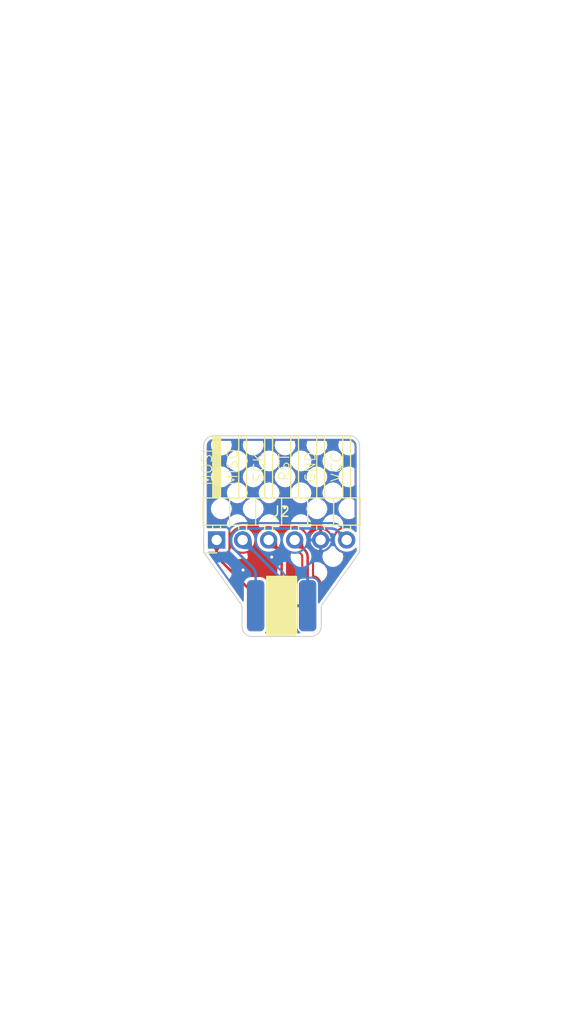
<source format=kicad_pcb>
(kicad_pcb (version 20211014) (generator pcbnew)
  (title_block (title "PogoISP adapter") (date "2022-02-07") (rev "1.0") (company "0xCB") (comment 1 "Conor Burns"))
  (layers (0 "F.Cu" signal) (31 "B.Cu" signal) (34 "B.Paste" user) (35 "F.Paste" user) (36 "B.SilkS" user "B.Silkscreen") (37 "F.SilkS" user "F.Silkscreen") (38 "B.Mask" user) (39 "F.Mask" user) (44 "Edge.Cuts" user))
  (net 0 "")
  (net 1 "+5V")
  (net 2 "GND")
  (net 3 "MOSI")
  (net 4 "MISO")
  (net 5 "SCK")
  (net 6 "RST")
  (footprint "0xcb:PogoISP" (layer "F.Cu") (at 147.28 117.53)
    (fp_text reference "J1" hide)
    (fp_text value "AVR-ISP-6")
    (fp_rect (start -1.4 -2.8) (end 1.4 2.8) (layer "F.SilkS") (width 0.25) (fill solid))
    (pad "1" smd roundrect (at -2.54 0 90) (size 5 1.7) (layers "F.Cu" "F.Paste" "F.Mask") (net 3 "MOSI"))
    (pad "2" smd roundrect (at -2.54 0 90) (size 5 1.7) (layers "B.Cu" "B.Paste" "B.Mask") (net 1 "+5V"))
    (pad "3" smd roundrect (at 0 0 90) (size 5 1.7) (layers "F.Cu" "F.Paste" "F.Mask") (net 5 "SCK"))
    (pad "4" smd roundrect (at 0 0 90) (size 5 1.7) (layers "B.Cu" "B.Paste" "B.Mask") (net 4 "MISO"))
    (pad "5" smd roundrect (at 2.54 0 90) (size 5 1.7) (layers "F.Cu" "F.Paste" "F.Mask") (net 6 "RST"))
    (pad "6" smd roundrect (at 2.54 0 90) (size 5 1.7) (layers "B.Cu" "B.Paste" "B.Mask") (net 2 "GND"))
  )
  (footprint "Connector_PinHeader_2.54mm:PinHeader_1x06_P2.54mm_Horizontal" (layer "F.Cu") (at 140.93 111.105 90)
    (fp_text reference "J2" (at 2.77 6.275) (layer "F.SilkS"))
    (fp_text value "PinHeader_1x06_P2.54mm_Horizontal")
    (fp_line (start 4.1 14.03) (end 4.1 -1.33) (layer "F.SilkS") (width 0.12))
    (fp_line (start 1.44 1.27) (end 4.1 1.27) (layer "F.SilkS") (width 0.12))
    (fp_line (start 10.1 10.54) (end 4.1 10.54) (layer "F.SilkS") (width 0.12))
    (fp_line (start 1.44 8.89) (end 4.1 8.89) (layer "F.SilkS") (width 0.12))
    (fp_line (start 10.1 2.92) (end 4.1 2.92) (layer "F.SilkS") (width 0.12))
    (fp_line (start 4.1 9.78) (end 10.1 9.78) (layer "F.SilkS") (width 0.12))
    (fp_line (start 1.11 -0.38) (end 1.44 -0.38) (layer "F.SilkS") (width 0.12))
    (fp_line (start 10.1 5.46) (end 4.1 5.46) (layer "F.SilkS") (width 0.12))
    (fp_line (start 1.042929 12.32) (end 1.44 12.32) (layer "F.SilkS") (width 0.12))
    (fp_line (start 1.042929 8) (end 1.44 8) (layer "F.SilkS") (width 0.12))
    (fp_line (start 10.1 12.32) (end 10.1 13.08) (layer "F.SilkS") (width 0.12))
    (fp_line (start 4.1 2.16) (end 10.1 2.16) (layer "F.SilkS") (width 0.12))
    (fp_line (start -1.27 0) (end -1.27 -1.27) (layer "F.SilkS") (width 0.12))
    (fp_line (start 10.1 -0.38) (end 10.1 0.38) (layer "F.SilkS") (width 0.12))
    (fp_line (start 4.1 -1.33) (end 1.44 -1.33) (layer "F.SilkS") (width 0.12))
    (fp_line (start 1.042929 9.78) (end 1.44 9.78) (layer "F.SilkS") (width 0.12))
    (fp_line (start 1.44 3.81) (end 4.1 3.81) (layer "F.SilkS") (width 0.12))
    (fp_line (start 10.1 9.78) (end 10.1 10.54) (layer "F.SilkS") (width 0.12))
    (fp_line (start 10.1 8) (end 4.1 8) (layer "F.SilkS") (width 0.12))
    (fp_line (start 10.1 2.16) (end 10.1 2.92) (layer "F.SilkS") (width 0.12))
    (fp_line (start 10.1 13.08) (end 4.1 13.08) (layer "F.SilkS") (width 0.12))
    (fp_line (start 4.1 7.24) (end 10.1 7.24) (layer "F.SilkS") (width 0.12))
    (fp_line (start 1.042929 2.92) (end 1.44 2.92) (layer "F.SilkS") (width 0.12))
    (fp_line (start 4.1 -0.32) (end 10.1 -0.32) (layer "F.SilkS") (width 0.12))
    (fp_line (start 10.1 0.38) (end 4.1 0.38) (layer "F.SilkS") (width 0.12))
    (fp_line (start 10.1 4.7) (end 10.1 5.46) (layer "F.SilkS") (width 0.12))
    (fp_line (start 4.1 0.04) (end 10.1 0.04) (layer "F.SilkS") (width 0.12))
    (fp_line (start 1.042929 2.16) (end 1.44 2.16) (layer "F.SilkS") (width 0.12))
    (fp_line (start 1.11 0.38) (end 1.44 0.38) (layer "F.SilkS") (width 0.12))
    (fp_line (start 4.1 -0.2) (end 10.1 -0.2) (layer "F.SilkS") (width 0.12))
    (fp_line (start 4.1 -0.08) (end 10.1 -0.08) (layer "F.SilkS") (width 0.12))
    (fp_line (start 4.1 0.16) (end 10.1 0.16) (layer "F.SilkS") (width 0.12))
    (fp_line (start 4.1 -0.38) (end 10.1 -0.38) (layer "F.SilkS") (width 0.12))
    (fp_line (start -1.27 -1.27) (end 0 -1.27) (layer "F.SilkS") (width 0.12))
    (fp_line (start 1.042929 13.08) (end 1.44 13.08) (layer "F.SilkS") (width 0.12))
    (fp_line (start 1.44 6.35) (end 4.1 6.35) (layer "F.SilkS") (width 0.12))
    (fp_line (start 1.042929 7.24) (end 1.44 7.24) (layer "F.SilkS") (width 0.12))
    (fp_line (start 4.1 0.28) (end 10.1 0.28) (layer "F.SilkS") (width 0.12))
    (fp_line (start 1.44 -1.33) (end 1.44 14.03) (layer "F.SilkS") (width 0.12))
    (fp_line (start 1.042929 5.46) (end 1.44 5.46) (layer "F.SilkS") (width 0.12))
    (fp_line (start 4.1 4.7) (end 10.1 4.7) (layer "F.SilkS") (width 0.12))
    (fp_line (start 1.042929 10.54) (end 1.44 10.54) (layer "F.SilkS") (width 0.12))
    (fp_line (start 4.1 12.32) (end 10.1 12.32) (layer "F.SilkS") (width 0.12))
    (fp_line (start 1.44 14.03) (end 4.1 14.03) (layer "F.SilkS") (width 0.12))
    (fp_line (start 1.44 11.43) (end 4.1 11.43) (layer "F.SilkS") (width 0.12))
    (fp_line (start 1.042929 4.7) (end 1.44 4.7) (layer "F.SilkS") (width 0.12))
    (fp_line (start 10.1 7.24) (end 10.1 8) (layer "F.SilkS") (width 0.12))
    (pad "1" thru_hole rect (at 0 0 90) (size 1.7 1.7) (drill 1) (layers *.Cu *.Mask) (net 3 "MOSI"))
    (pad "2" thru_hole oval (at 0 2.54 90) (size 1.7 1.7) (drill 1) (layers *.Cu *.Mask) (net 4 "MISO"))
    (pad "3" thru_hole oval (at 0 5.08 90) (size 1.7 1.7) (drill 1) (layers *.Cu *.Mask) (net 5 "SCK"))
    (pad "4" thru_hole oval (at 0 7.62 90) (size 1.7 1.7) (drill 1) (layers *.Cu *.Mask) (net 6 "RST"))
    (pad "5" thru_hole oval (at 0 10.16 90) (size 1.7 1.7) (drill 1) (layers *.Cu *.Mask) (net 2 "GND"))
    (pad "6" thru_hole oval (at 0 12.7 90) (size 1.7 1.7) (drill 1) (layers *.Cu *.Mask) (net 1 "+5V"))
  )
  (gr_arc (start 151.15 119.53) (mid 150.857106 120.237106) (end 150.15 120.53) (layer "Edge.Cuts") (width 0.1))
  (gr_line (start 143.41 117.53) (end 143.4 119.53) (layer "Edge.Cuts") (width 0.1))
  (gr_line (start 151.15 117.53) (end 154.9 112.290001) (layer "Edge.Cuts") (width 0.1))
  (gr_arc (start 139.66 101.930001) (mid 139.952894 101.222895) (end 140.66 100.930001) (layer "Edge.Cuts") (width 0.1))
  (gr_line (start 139.66 112.290001) (end 143.41 117.53) (layer "Edge.Cuts") (width 0.1))
  (gr_line (start 139.66 101.930001) (end 139.66 112.290001) (layer "Edge.Cuts") (width 0.1))
  (gr_arc (start 153.9 100.93) (mid 154.607106 101.222894) (end 154.9 101.93) (layer "Edge.Cuts") (width 0.1))
  (gr_arc (start 144.4 120.53) (mid 143.692894 120.237106) (end 143.4 119.53) (layer "Edge.Cuts") (width 0.1))
  (gr_line (start 153.9 100.93) (end 140.66 100.930001) (layer "Edge.Cuts") (width 0.1))
  (gr_line (start 151.15 119.53) (end 151.15 117.53) (layer "Edge.Cuts") (width 0.1))
  (gr_line (start 144.4 120.53) (end 150.15 120.53) (layer "Edge.Cuts") (width 0.1))
  (gr_line (start 154.9 112.290001) (end 154.9 101.93) (layer "Edge.Cuts") (width 0.1))
  (gr_text "RST" (at 147.53 104.005 90) (layer "F.SilkS") (effects (font (size 1 1) (thickness 0.1))))
  (gr_text "GND" (at 150.08 104.005 90) (layer "F.SilkS") (effects (font (size 1 1) (thickness 0.1))))
  (gr_text "MISO" (at 142.48 104.005 90) (layer "F.SilkS") (effects (font (size 1 1) (thickness 0.1))))
  (gr_text "SCK" (at 145.03 104.005 90) (layer "F.SilkS") (effects (font (size 1 1) (thickness 0.1))))
  (gr_text "VCC" (at 152.63 104.005 90) (layer "F.SilkS") (effects (font (size 1 1) (thickness 0.1))))
  (gr_text "MOSI" (at 139.98 104.005 90) (layer "F.SilkS") (effects (font (size 1 1) (thickness 0.1))))
  (segment (start 153.63 111.105) (end 152.798382 110.273382) (width 0.25) (layer "B.Cu") (net 1))
  (segment (start 142.345489 111.053425) (end 142.345489 111.281275) (width 0.25) (layer "B.Cu") (net 1))
  (segment (start 152.091275 109.980489) (end 143.418425 109.980489) (width 0.25) (layer "B.Cu") (net 1))
  (segment (start 142.711318 110.273382) (end 142.638382 110.346318) (width 0.25) (layer "B.Cu") (net 1))
  (segment (start 142.638382 111.988382) (end 144.447107 113.797107) (width 0.25) (layer "B.Cu") (net 1))
  (segment (start 144.74 114.504214) (end 144.74 117.53) (width 0.25) (layer "B.Cu") (net 1))
  (arc (start 142.638382 111.988382) (mid 142.421609 111.663959) (end 142.345489 111.281275) (width 0.25) (layer "B.Cu") (net 1))
  (arc (start 142.711318 110.273382) (mid 143.035741 110.056609) (end 143.418425 109.980489) (width 0.25) (layer "B.Cu") (net 1))
  (arc (start 144.74 114.504214) (mid 144.66388 114.121531) (end 144.447107 113.797107) (width 0.25) (layer "B.Cu") (net 1))
  (arc (start 142.638382 110.346318) (mid 142.421609 110.670741) (end 142.345489 111.053425) (width 0.25) (layer "B.Cu") (net 1))
  (arc (start 152.798382 110.273382) (mid 152.473959 110.056609) (end 152.091275 109.980489) (width 0.25) (layer "B.Cu") (net 1))
  (via (at 146.304 112.776) (size 0.6) (drill 0.3) (layers "F.Cu" "B.Cu") (net 2))
  (via (at 143.51 114.046) (size 0.6) (drill 0.3) (layers "F.Cu" "B.Cu") (net 2))
  (via (at 147.574 107.95) (size 0.6) (drill 0.3) (layers "F.Cu" "B.Cu") (net 2))
  (segment (start 144.74 116.960214) (end 144.74 117.53) (width 0.25) (layer "F.Cu") (net 3))
  (segment (start 141.222893 113.028893) (end 144.447107 116.253107) (width 0.25) (layer "F.Cu") (net 3))
  (segment (start 140.93 111.105) (end 140.93 112.321786) (width 0.25) (layer "F.Cu") (net 3))
  (arc (start 140.93 112.321786) (mid 141.00612 112.704469) (end 141.222893 113.028893) (width 0.25) (layer "F.Cu") (net 3))
  (arc (start 144.74 116.960214) (mid 144.66388 116.577531) (end 144.447107 116.253107) (width 0.25) (layer "F.Cu") (net 3))
  (segment (start 143.47 111.105) (end 146.987107 114.622107) (width 0.25) (layer "B.Cu") (net 4))
  (segment (start 147.28 115.329214) (end 147.28 117.53) (width 0.25) (layer "B.Cu") (net 4))
  (arc (start 147.28 115.329214) (mid 147.20388 114.946531) (end 146.987107 114.622107) (width 0.25) (layer "B.Cu") (net 4))
  (segment (start 147.28 112.789214) (end 147.28 117.53) (width 0.25) (layer "F.Cu") (net 5))
  (segment (start 146.01 111.105) (end 146.987107 112.082107) (width 0.25) (layer "F.Cu") (net 5))
  (arc (start 146.987107 112.082107) (mid 147.20388 112.40653) (end 147.28 112.789214) (width 0.25) (layer "F.Cu") (net 5))
  (segment (start 148.55 111.105) (end 149.527107 112.082107) (width 0.25) (layer "F.Cu") (net 6))
  (segment (start 149.82 112.789214) (end 149.82 117.53) (width 0.25) (layer "F.Cu") (net 6))
  (arc (start 149.82 112.789214) (mid 149.74388 112.406531) (end 149.527107 112.082107) (width 0.25) (layer "F.Cu") (net 6))
  (zone (net 2) (net_name "GND") (layers F&B.Cu) (connect_pads (clearance 0.3)) (min_thickness 0.15) (fill yes (mode hatch) (thermal_gap 0.15) (thermal_bridge_width 0.3) (hatch_thickness 0.2) (hatch_gap 2) (hatch_orientation 45) (hatch_smoothing_level 3) (hatch_smoothing_value 1) (hatch_border_algorithm hatch_thickness) (hatch_min_hole_area 0.3))
    (polygon (pts (xy 174.77 158.38) (xy 119.77 158.38) (xy 119.77 58.38) (xy 174.77 58.38)))
  )
  (zone (net 6) (net_name "RST") (layer "F.Cu") (priority 16962) (connect_pads yes (clearance 0)) (min_thickness 0.0254) (fill yes (thermal_gap 0.508) (thermal_bridge_width 0.508))
    (polygon (pts (xy 149.695 115.84) (xy 149.684697 116.039398) (xy 149.655526 116.202872) (xy 149.610085 116.338273) (xy 149.550978 116.453451) (xy 149.480804 116.556258) (xy 149.402167 116.654544) (xy 149.317666 116.756159) (xy 149.229904 116.868956) (xy 149.141481 117.000783) (xy 149.055 117.159494) (xy 149.82 117.955) (xy 150.585 117.159494) (xy 150.498518 117.000783) (xy 150.410095 116.868956) (xy 150.322333 116.756159) (xy 150.237832 116.654544) (xy 150.159195 116.556258) (xy 150.089021 116.453451) (xy 150.029914 116.338273) (xy 149.984473 116.202872) (xy 149.955302 116.039398) (xy 149.945 115.84)))
  )
  (zone (net 5) (net_name "SCK") (layer "F.Cu") (priority 16962) (connect_pads yes (clearance 0)) (min_thickness 0.0254) (fill yes (thermal_gap 0.508) (thermal_bridge_width 0.508))
    (polygon (pts (xy 147.068423 111.986646) (xy 146.992141 111.901219) (xy 146.933651 111.816839) (xy 146.890849 111.733727) (xy 146.861634 111.652102) (xy 146.843905 111.572184) (xy 146.835561 111.494193) (xy 146.834498 111.41835) (xy 146.838616 111.344873) (xy 146.845814 111.273983) (xy 146.853989 111.205901) (xy 145.70948 110.80448) (xy 146.110901 111.948989) (xy 146.178983 111.940814) (xy 146.249873 111.933616) (xy 146.32335 111.929498) (xy 146.399193 111.930561) (xy 146.477184 111.938905) (xy 146.557102 111.956634) (xy 146.638727 111.985849) (xy 146.721839 112.028651) (xy 146.806219 112.087141) (xy 146.891646 112.163423)))
  )
  (zone (net 3) (net_name "MOSI") (layer "F.Cu") (priority 16962) (connect_pads yes (clearance 0)) (min_thickness 0.0254) (fill yes (thermal_gap 0.508) (thermal_bridge_width 0.508))
    (polygon (pts (xy 141.055 112.311786) (xy 141.06031 112.235355) (xy 141.075108 112.166237) (xy 141.097695 112.104246) (xy 141.126372 112.049197) (xy 141.159439 112.000907) (xy 141.195198 111.959191) (xy 141.231949 111.923864) (xy 141.267994 111.894742) (xy 141.301633 111.87164) (xy 141.331168 111.854375) (xy 140.93 110.68) (xy 140.528832 111.854375) (xy 140.558366 111.87164) (xy 140.592005 111.894742) (xy 140.62805 111.923864) (xy 140.664801 111.959191) (xy 140.70056 112.000907) (xy 140.733627 112.049197) (xy 140.762304 112.104246) (xy 140.784891 112.166237) (xy 140.799689 112.235355) (xy 140.805 112.311786)))
  )
  (zone (net 5) (net_name "SCK") (layer "F.Cu") (priority 16962) (connect_pads yes (clearance 0)) (min_thickness 0.0254) (fill yes (thermal_gap 0.508) (thermal_bridge_width 0.508))
    (polygon (pts (xy 147.155 115.84) (xy 147.144697 116.039398) (xy 147.115526 116.202872) (xy 147.070085 116.338273) (xy 147.010978 116.453451) (xy 146.940804 116.556258) (xy 146.862167 116.654544) (xy 146.777666 116.756159) (xy 146.689904 116.868956) (xy 146.601481 117.000783) (xy 146.515 117.159494) (xy 147.28 117.955) (xy 148.045 117.159494) (xy 147.958518 117.000783) (xy 147.870095 116.868956) (xy 147.782333 116.756159) (xy 147.697832 116.654544) (xy 147.619195 116.556258) (xy 147.549021 116.453451) (xy 147.489914 116.338273) (xy 147.444473 116.202872) (xy 147.415302 116.039398) (xy 147.405 115.84)))
  )
  (zone (net 6) (net_name "RST") (layer "F.Cu") (priority 16962) (connect_pads yes (clearance 0)) (min_thickness 0.0254) (fill yes (thermal_gap 0.508) (thermal_bridge_width 0.508))
    (polygon (pts (xy 149.608423 111.986646) (xy 149.532141 111.901219) (xy 149.473651 111.816839) (xy 149.430849 111.733727) (xy 149.401634 111.652102) (xy 149.383905 111.572184) (xy 149.375561 111.494193) (xy 149.374498 111.41835) (xy 149.378616 111.344873) (xy 149.385814 111.273983) (xy 149.393989 111.205901) (xy 148.24948 110.80448) (xy 148.650901 111.948989) (xy 148.718983 111.940814) (xy 148.789873 111.933616) (xy 148.86335 111.929498) (xy 148.939193 111.930561) (xy 149.017184 111.938905) (xy 149.097102 111.956634) (xy 149.178727 111.985849) (xy 149.261839 112.028651) (xy 149.346219 112.087141) (xy 149.431646 112.163423)))
  )
  (zone (net 4) (net_name "MISO") (layer "B.Cu") (priority 16962) (connect_pads yes (clearance 0)) (min_thickness 0.0254) (fill yes (thermal_gap 0.508) (thermal_bridge_width 0.508))
    (polygon (pts (xy 144.753398 112.211621) (xy 144.619686 112.06334) (xy 144.524721 111.927119) (xy 144.461109 111.799245) (xy 144.421461 111.676006) (xy 144.398386 111.553691) (xy 144.384492 111.428588) (xy 144.37239 111.296984) (xy 144.354689 111.155167) (xy 144.323997 110.999427) (xy 144.272924 110.826051) (xy 143.16948 110.80448) (xy 143.191051 111.907924) (xy 143.364427 111.958997) (xy 143.520167 111.989689) (xy 143.661984 112.00739) (xy 143.793588 112.019492) (xy 143.918691 112.033386) (xy 144.041006 112.056461) (xy 144.164245 112.096109) (xy 144.292119 112.159721) (xy 144.42834 112.254686) (xy 144.576621 112.388398)))
  )
  (zone (net 4) (net_name "MISO") (layer "B.Cu") (priority 16962) (connect_pads yes (clearance 0)) (min_thickness 0.0254) (fill yes (thermal_gap 0.508) (thermal_bridge_width 0.508))
    (polygon (pts (xy 147.155 115.84) (xy 147.144697 116.039398) (xy 147.115526 116.202872) (xy 147.070085 116.338273) (xy 147.010978 116.453451) (xy 146.940804 116.556258) (xy 146.862167 116.654544) (xy 146.777666 116.756159) (xy 146.689904 116.868956) (xy 146.601481 117.000783) (xy 146.515 117.159494) (xy 147.28 117.955) (xy 148.045 117.159494) (xy 147.958518 117.000783) (xy 147.870095 116.868956) (xy 147.782333 116.756159) (xy 147.697832 116.654544) (xy 147.619195 116.556258) (xy 147.549021 116.453451) (xy 147.489914 116.338273) (xy 147.444473 116.202872) (xy 147.415302 116.039398) (xy 147.405 115.84)))
  )
  (zone (net 1) (net_name "+5V") (layer "B.Cu") (priority 16962) (connect_pads yes (clearance 0)) (min_thickness 0.0254) (fill yes (thermal_gap 0.508) (thermal_bridge_width 0.508))
    (polygon (pts (xy 152.717066 110.368843) (xy 152.761254 110.420017) (xy 152.794861 110.473019) (xy 152.819089 110.52671) (xy 152.83514 110.57995) (xy 152.844216 110.631598) (xy 152.847521 110.680515) (xy 152.846257 110.72556) (xy 152.841625 110.765594) (xy 152.834828 110.799477) (xy 152.82707 110.826069) (xy 153.93052 111.40552) (xy 153.351069 110.30207) (xy 153.324477 110.309828) (xy 153.290594 110.316625) (xy 153.25056 110.321257) (xy 153.205515 110.322521) (xy 153.156598 110.319216) (xy 153.10495 110.31014) (xy 153.05171 110.294089) (xy 152.998019 110.269861) (xy 152.945017 110.236254) (xy 152.893843 110.192066)))
  )
  (zone (net 1) (net_name "+5V") (layer "B.Cu") (priority 16962) (connect_pads yes (clearance 0)) (min_thickness 0.0254) (fill yes (thermal_gap 0.508) (thermal_bridge_width 0.508))
    (polygon (pts (xy 144.615 115.84) (xy 144.604697 116.039398) (xy 144.575526 116.202872) (xy 144.530085 116.338273) (xy 144.470978 116.453451) (xy 144.400804 116.556258) (xy 144.322167 116.654544) (xy 144.237666 116.756159) (xy 144.149904 116.868956) (xy 144.061481 117.000783) (xy 143.975 117.159494) (xy 144.74 117.955) (xy 145.505 117.159494) (xy 145.418518 117.000783) (xy 145.330095 116.868956) (xy 145.242333 116.756159) (xy 145.157832 116.654544) (xy 145.079195 116.556258) (xy 145.009021 116.453451) (xy 144.949914 116.338273) (xy 144.904473 116.202872) (xy 144.875302 116.039398) (xy 144.865 115.84)))
  )
)
</source>
